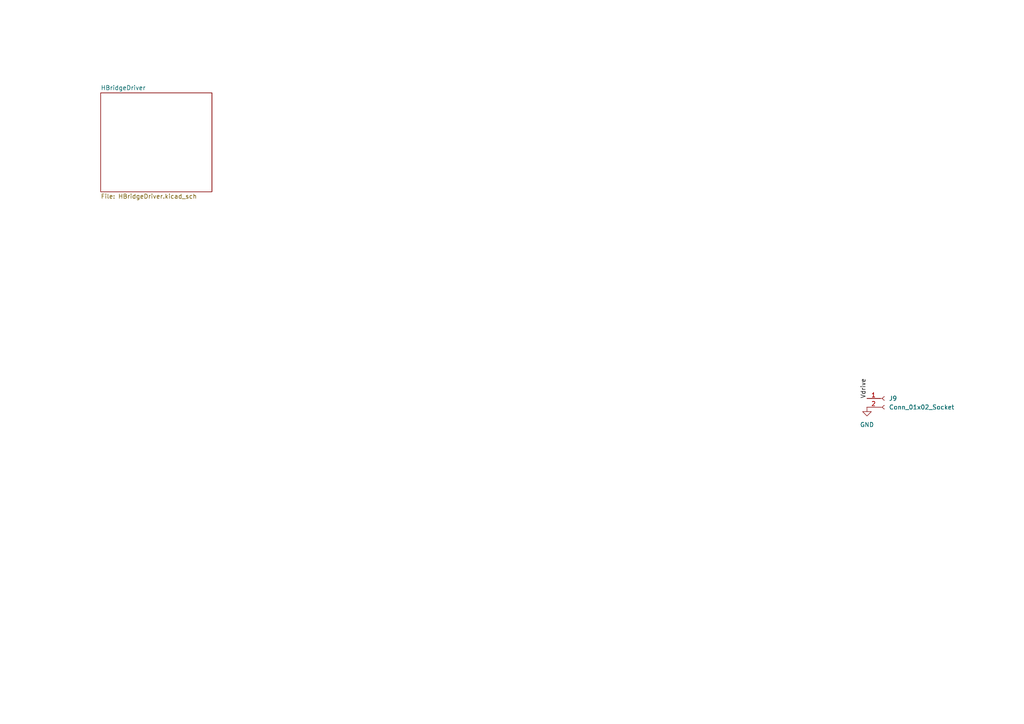
<source format=kicad_sch>
(kicad_sch
	(version 20231120)
	(generator "eeschema")
	(generator_version "8.0")
	(uuid "5c5197d3-4aa5-4f8b-b790-1e4b8d49fd62")
	(paper "A4")
	(lib_symbols
		(symbol "Connector:Conn_01x02_Socket"
			(pin_names
				(offset 1.016) hide)
			(exclude_from_sim no)
			(in_bom yes)
			(on_board yes)
			(property "Reference" "J"
				(at 0 2.54 0)
				(effects
					(font
						(size 1.27 1.27)
					)
				)
			)
			(property "Value" "Conn_01x02_Socket"
				(at 0 -5.08 0)
				(effects
					(font
						(size 1.27 1.27)
					)
				)
			)
			(property "Footprint" ""
				(at 0 0 0)
				(effects
					(font
						(size 1.27 1.27)
					)
					(hide yes)
				)
			)
			(property "Datasheet" "~"
				(at 0 0 0)
				(effects
					(font
						(size 1.27 1.27)
					)
					(hide yes)
				)
			)
			(property "Description" "Generic connector, single row, 01x02, script generated"
				(at 0 0 0)
				(effects
					(font
						(size 1.27 1.27)
					)
					(hide yes)
				)
			)
			(property "ki_locked" ""
				(at 0 0 0)
				(effects
					(font
						(size 1.27 1.27)
					)
				)
			)
			(property "ki_keywords" "connector"
				(at 0 0 0)
				(effects
					(font
						(size 1.27 1.27)
					)
					(hide yes)
				)
			)
			(property "ki_fp_filters" "Connector*:*_1x??_*"
				(at 0 0 0)
				(effects
					(font
						(size 1.27 1.27)
					)
					(hide yes)
				)
			)
			(symbol "Conn_01x02_Socket_1_1"
				(arc
					(start 0 -2.032)
					(mid -0.5058 -2.54)
					(end 0 -3.048)
					(stroke
						(width 0.1524)
						(type default)
					)
					(fill
						(type none)
					)
				)
				(polyline
					(pts
						(xy -1.27 -2.54) (xy -0.508 -2.54)
					)
					(stroke
						(width 0.1524)
						(type default)
					)
					(fill
						(type none)
					)
				)
				(polyline
					(pts
						(xy -1.27 0) (xy -0.508 0)
					)
					(stroke
						(width 0.1524)
						(type default)
					)
					(fill
						(type none)
					)
				)
				(arc
					(start 0 0.508)
					(mid -0.5058 0)
					(end 0 -0.508)
					(stroke
						(width 0.1524)
						(type default)
					)
					(fill
						(type none)
					)
				)
				(pin passive line
					(at -5.08 0 0)
					(length 3.81)
					(name "Pin_1"
						(effects
							(font
								(size 1.27 1.27)
							)
						)
					)
					(number "1"
						(effects
							(font
								(size 1.27 1.27)
							)
						)
					)
				)
				(pin passive line
					(at -5.08 -2.54 0)
					(length 3.81)
					(name "Pin_2"
						(effects
							(font
								(size 1.27 1.27)
							)
						)
					)
					(number "2"
						(effects
							(font
								(size 1.27 1.27)
							)
						)
					)
				)
			)
		)
		(symbol "power:GND"
			(power)
			(pin_numbers hide)
			(pin_names
				(offset 0) hide)
			(exclude_from_sim no)
			(in_bom yes)
			(on_board yes)
			(property "Reference" "#PWR"
				(at 0 -6.35 0)
				(effects
					(font
						(size 1.27 1.27)
					)
					(hide yes)
				)
			)
			(property "Value" "GND"
				(at 0 -3.81 0)
				(effects
					(font
						(size 1.27 1.27)
					)
				)
			)
			(property "Footprint" ""
				(at 0 0 0)
				(effects
					(font
						(size 1.27 1.27)
					)
					(hide yes)
				)
			)
			(property "Datasheet" ""
				(at 0 0 0)
				(effects
					(font
						(size 1.27 1.27)
					)
					(hide yes)
				)
			)
			(property "Description" "Power symbol creates a global label with name \"GND\" , ground"
				(at 0 0 0)
				(effects
					(font
						(size 1.27 1.27)
					)
					(hide yes)
				)
			)
			(property "ki_keywords" "global power"
				(at 0 0 0)
				(effects
					(font
						(size 1.27 1.27)
					)
					(hide yes)
				)
			)
			(symbol "GND_0_1"
				(polyline
					(pts
						(xy 0 0) (xy 0 -1.27) (xy 1.27 -1.27) (xy 0 -2.54) (xy -1.27 -1.27) (xy 0 -1.27)
					)
					(stroke
						(width 0)
						(type default)
					)
					(fill
						(type none)
					)
				)
			)
			(symbol "GND_1_1"
				(pin power_in line
					(at 0 0 270)
					(length 0)
					(name "~"
						(effects
							(font
								(size 1.27 1.27)
							)
						)
					)
					(number "1"
						(effects
							(font
								(size 1.27 1.27)
							)
						)
					)
				)
			)
		)
	)
	(label "Vdrive"
		(at 251.46 115.57 90)
		(fields_autoplaced yes)
		(effects
			(font
				(size 1.27 1.27)
			)
			(justify left bottom)
		)
		(uuid "e1b87049-97c5-46ff-a89b-a40467a54c4d")
	)
	(symbol
		(lib_id "Connector:Conn_01x02_Socket")
		(at 256.54 115.57 0)
		(unit 1)
		(exclude_from_sim no)
		(in_bom yes)
		(on_board yes)
		(dnp no)
		(fields_autoplaced yes)
		(uuid "164a4e10-33d9-4cb5-8d60-97adb7212913")
		(property "Reference" "J9"
			(at 257.81 115.5699 0)
			(effects
				(font
					(size 1.27 1.27)
				)
				(justify left)
			)
		)
		(property "Value" "Conn_01x02_Socket"
			(at 257.81 118.1099 0)
			(effects
				(font
					(size 1.27 1.27)
				)
				(justify left)
			)
		)
		(property "Footprint" "Connector_PinHeader_2.54mm:PinHeader_1x02_P2.54mm_Vertical"
			(at 256.54 115.57 0)
			(effects
				(font
					(size 1.27 1.27)
				)
				(hide yes)
			)
		)
		(property "Datasheet" "~"
			(at 256.54 115.57 0)
			(effects
				(font
					(size 1.27 1.27)
				)
				(hide yes)
			)
		)
		(property "Description" "Generic connector, single row, 01x02, script generated"
			(at 256.54 115.57 0)
			(effects
				(font
					(size 1.27 1.27)
				)
				(hide yes)
			)
		)
		(pin "2"
			(uuid "4ab60c1e-fdca-4fa5-a96c-6ff03cec0bf4")
		)
		(pin "1"
			(uuid "306da9ab-0c40-4f17-80e7-24ca20fc9269")
		)
		(instances
			(project "BenchTest2_MIC4606"
				(path "/5c5197d3-4aa5-4f8b-b790-1e4b8d49fd62"
					(reference "J9")
					(unit 1)
				)
			)
		)
	)
	(symbol
		(lib_id "power:GND")
		(at 251.46 118.11 0)
		(unit 1)
		(exclude_from_sim no)
		(in_bom yes)
		(on_board yes)
		(dnp no)
		(fields_autoplaced yes)
		(uuid "811b8b62-dd31-4a9d-bf12-3c6bc7a2cf2c")
		(property "Reference" "#PWR01"
			(at 251.46 124.46 0)
			(effects
				(font
					(size 1.27 1.27)
				)
				(hide yes)
			)
		)
		(property "Value" "GND"
			(at 251.46 123.19 0)
			(effects
				(font
					(size 1.27 1.27)
				)
			)
		)
		(property "Footprint" ""
			(at 251.46 118.11 0)
			(effects
				(font
					(size 1.27 1.27)
				)
				(hide yes)
			)
		)
		(property "Datasheet" ""
			(at 251.46 118.11 0)
			(effects
				(font
					(size 1.27 1.27)
				)
				(hide yes)
			)
		)
		(property "Description" "Power symbol creates a global label with name \"GND\" , ground"
			(at 251.46 118.11 0)
			(effects
				(font
					(size 1.27 1.27)
				)
				(hide yes)
			)
		)
		(pin "1"
			(uuid "5256491a-5f78-488c-8609-b6d411ed3583")
		)
		(instances
			(project "BenchTest2_MIC4606"
				(path "/5c5197d3-4aa5-4f8b-b790-1e4b8d49fd62"
					(reference "#PWR01")
					(unit 1)
				)
			)
		)
	)
	(sheet
		(at 29.21 26.924)
		(size 32.258 28.702)
		(fields_autoplaced yes)
		(stroke
			(width 0.1524)
			(type solid)
		)
		(fill
			(color 0 0 0 0.0000)
		)
		(uuid "ca249708-ec09-41b0-b71d-70bebe19cbfd")
		(property "Sheetname" "HBridgeDriver"
			(at 29.21 26.2124 0)
			(effects
				(font
					(size 1.27 1.27)
				)
				(justify left bottom)
			)
		)
		(property "Sheetfile" "HBridgeDriver.kicad_sch"
			(at 29.21 56.2106 0)
			(effects
				(font
					(size 1.27 1.27)
				)
				(justify left top)
			)
		)
		(instances
			(project "BenchTest2_MIC4606"
				(path "/5c5197d3-4aa5-4f8b-b790-1e4b8d49fd62"
					(page "2")
				)
			)
		)
	)
	(sheet_instances
		(path "/"
			(page "1")
		)
	)
)

</source>
